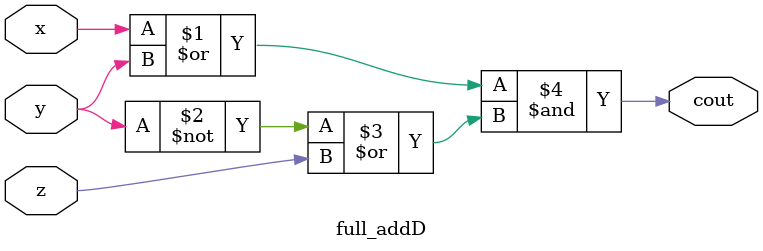
<source format=v>
module full_addD
(
	input x, y, z, 
	output cout
);

wire out1, out2, ans, ny;
assign cout= (x|y)&(~y|z);
endmodule

</source>
